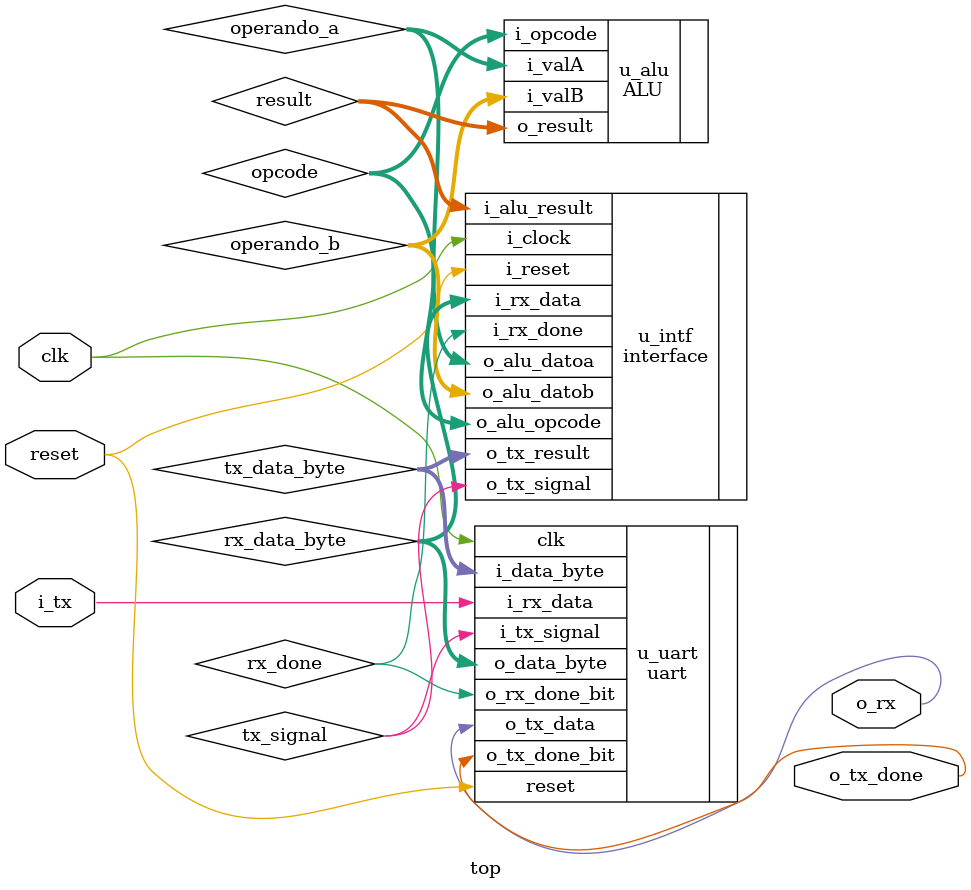
<source format=v>
module top    #(
   //PARAMETERS
   parameter    SIZEDATA = 8,
   parameter    SIZEOP = 6,
   parameter    DATA_WIDTH = 8,
   parameter    STOP_WIDTH = 1
   )
  (
  //INPUTS
   input        clk,
   input        reset,
   input        i_tx,
   //OUTPUTS
   output       o_rx,
   output       o_tx_done
   );
   
       // Wires.
    wire [SIZEDATA - 1 : 0]    operando_a;
    wire [SIZEDATA - 1 : 0]    operando_b;
    wire [SIZEOP - 1 : 0]      opcode;
    wire [SIZEDATA - 1 : 0]    result;
    wire [DATA_WIDTH - 1 : 0]    rx_data_byte;
    wire [DATA_WIDTH - 1 : 0]    tx_data_byte;
    wire                       rx_done;
    wire                       tx_signal;    
    wire                       ticks;

   ALU u_alu (
    .i_valA        (operando_a),
    .i_valB        (operando_b),
    .i_opcode       (opcode),
    .o_result       (result)
    );

   interface u_intf (
    .i_clock         (clk),
    .i_reset         (reset),
    .i_rx_done       (rx_done),
    .i_rx_data       (rx_data_byte),
    .i_alu_result    (result),
    .o_alu_datoa     (operando_a),
    .o_alu_datob     (operando_b),
    .o_alu_opcode    (opcode),
    .o_tx_result     (tx_data_byte),
    .o_tx_signal     (tx_signal)
    );
    
    uart u_uart (
    .clk            (clk),
    .reset          (reset),
    .i_tx_signal    (tx_signal),
    .i_rx_data      (i_tx),
    .i_data_byte    (tx_data_byte),
    .o_data_byte    (rx_data_byte),
    .o_rx_done_bit  (rx_done),
    .o_tx_data      (o_rx),
    .o_tx_done_bit  (o_tx_done)
    );
   
endmodule
</source>
